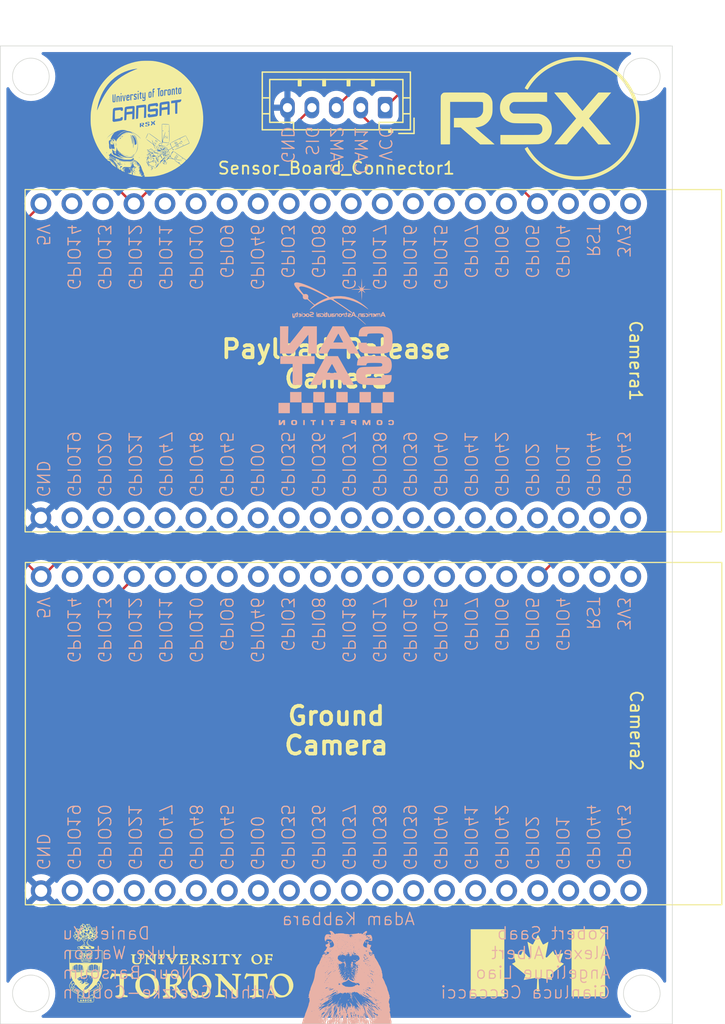
<source format=kicad_pcb>
(kicad_pcb (version 20240108) (generator "pcbnew") (generator_version "8.0")
  (layers (0 "F.Cu" mixed) (31 "B.Cu" power) (34 "B.Paste" user) (35 "F.Paste" user) (36 "B.SilkS" user "B.Silkscreen") (37 "F.SilkS" user "F.Silkscreen") (38 "B.Mask" user) (39 "F.Mask" user) (44 "Edge.Cuts" user))
  (net 0 "")
  (net 1 "GND")
  (net 2 "VCC")
  (net 3 "SIG1")
  (net 4 "CAM1")
  (net 5 "CAM2")
  (footprint "Custom_Footprints:Freenove_ESP32-S3-WROOM_CAM_Board" (layer "F.Cu") (at 181.55 102.25 -90)
    (property "Reference" "Camera2" (at 13.75 7 -90) (layer "F.SilkS"))
    (property "Value" "Freenove_ESP32-S3-WROOM_CAM_Board")
    (pad "J2-1" thru_hole circle (at 1.15 7.45 270) (size 1.7 1.7) (drill 1) (layers "*.Cu" "*.Mask"))
    (pad "J2-2" thru_hole circle (at 1.15 9.99 270) (size 1.7 1.7) (drill 1) (layers "*.Cu" "*.Mask"))
    (pad "J2-3" thru_hole circle (at 1.15 12.53 270) (size 1.7 1.7) (drill 1) (layers "*.Cu" "*.Mask"))
    (pad "J2-4" thru_hole circle (at 1.15 15.07 270) (size 1.7 1.7) (drill 1) (layers "*.Cu" "*.Mask") (net 5 "CAM2"))
    (pad "J2-5" thru_hole circle (at 1.15 17.61 270) (size 1.7 1.7) (drill 1) (layers "*.Cu" "*.Mask"))
    (pad "J2-6" thru_hole circle (at 1.15 20.15 270) (size 1.7 1.7) (drill 1) (layers "*.Cu" "*.Mask"))
    (pad "J2-7" thru_hole circle (at 1.15 22.69 270) (size 1.7 1.7) (drill 1) (layers "*.Cu" "*.Mask"))
    (pad "J2-8" thru_hole circle (at 1.15 25.23 270) (size 1.7 1.7) (drill 1) (layers "*.Cu" "*.Mask"))
    (pad "J2-9" thru_hole circle (at 1.15 27.77 270) (size 1.7 1.7) (drill 1) (layers "*.Cu" "*.Mask"))
    (pad "J2-10" thru_hole circle (at 1.15 30.31 270) (size 1.7 1.7) (drill 1) (layers "*.Cu" "*.Mask"))
    (pad "J2-11" thru_hole circle (at 1.15 32.85 270) (size 1.7 1.7) (drill 1) (layers "*.Cu" "*.Mask"))
    (pad "J2-12" thru_hole circle (at 1.15 35.39 270) (size 1.7 1.7) (drill 1) (layers "*.Cu" "*.Mask"))
    (pad "J2-13" thru_hole circle (at 1.15 37.93 270) (size 1.7 1.7) (drill 1) (layers "*.Cu" "*.Mask"))
    (pad "J2-14" thru_hole circle (at 1.15 40.47 270) (size 1.7 1.7) (drill 1) (layers "*.Cu" "*.Mask"))
    (pad "J2-15" thru_hole circle (at 1.15 43.01 270) (size 1.7 1.7) (drill 1) (layers "*.Cu" "*.Mask"))
    (pad "J2-16" thru_hole circle (at 1.15 45.55 270) (size 1.7 1.7) (drill 1) (layers "*.Cu" "*.Mask"))
    (pad "J2-17" thru_hole circle (at 1.15 48.09 270) (size 1.7 1.7) (drill 1) (layers "*.Cu" "*.Mask") (net 3 "SIG1"))
    (pad "J2-18" thru_hole circle (at 1.15 50.63 270) (size 1.7 1.7) (drill 1) (layers "*.Cu" "*.Mask"))
    (pad "J2-19" thru_hole circle (at 1.15 53.17 270) (size 1.7 1.7) (drill 1) (layers "*.Cu" "*.Mask"))
    (pad "J2-20" thru_hole circle (at 1.15 55.71 270) (size 1.7 1.7) (drill 1) (layers "*.Cu" "*.Mask") (net 2 "VCC"))
    (pad "J3-1" thru_hole circle (at 26.85 7.45 270) (size 1.7 1.7) (drill 1) (layers "*.Cu" "*.Mask"))
    (pad "J3-2" thru_hole circle (at 26.85 9.99 270) (size 1.7 1.7) (drill 1) (layers "*.Cu" "*.Mask"))
    (pad "J3-3" thru_hole circle (at 26.85 12.53 270) (size 1.7 1.7) (drill 1) (layers "*.Cu" "*.Mask"))
    (pad "J3-4" thru_hole circle (at 26.85 15.07 270) (size 1.7 1.7) (drill 1) (layers "*.Cu" "*.Mask"))
    (pad "J3-5" thru_hole circle (at 26.85 17.61 270) (size 1.7 1.7) (drill 1) (layers "*.Cu" "*.Mask"))
    (pad "J3-6" thru_hole circle (at 26.85 20.15 270) (size 1.7 1.7) (drill 1) (layers "*.Cu" "*.Mask"))
    (pad "J3-7" thru_hole circle (at 26.85 22.69 270) (size 1.7 1.7) (drill 1) (layers "*.Cu" "*.Mask"))
    (pad "J3-8" thru_hole circle (at 26.85 25.23 270) (size 1.7 1.7) (drill 1) (layers "*.Cu" "*.Mask"))
    (pad "J3-9" thru_hole circle (at 26.85 27.77 270) (size 1.7 1.7) (drill 1) (layers "*.Cu" "*.Mask"))
    (pad "J3-10" thru_hole circle (at 26.85 30.31 270) (size 1.7 1.7) (drill 1) (layers "*.Cu" "*.Mask"))
    (pad "J3-11" thru_hole circle (at 26.85 32.85 270) (size 1.7 1.7) (drill 1) (layers "*.Cu" "*.Mask"))
    (pad "J3-12" thru_hole circle (at 26.85 35.39 270) (size 1.7 1.7) (drill 1) (layers "*.Cu" "*.Mask"))
    (pad "J3-13" thru_hole circle (at 26.85 37.93 270) (size 1.7 1.7) (drill 1) (layers "*.Cu" "*.Mask"))
    (pad "J3-14" thru_hole circle (at 26.85 40.47 270) (size 1.7 1.7) (drill 1) (layers "*.Cu" "*.Mask"))
    (pad "J3-15" thru_hole circle (at 26.85 43.01 270) (size 1.7 1.7) (drill 1) (layers "*.Cu" "*.Mask"))
    (pad "J3-16" thru_hole circle (at 26.85 45.55 270) (size 1.7 1.7) (drill 1) (layers "*.Cu" "*.Mask"))
    (pad "J3-17" thru_hole circle (at 26.85 48.09 270) (size 1.7 1.7) (drill 1) (layers "*.Cu" "*.Mask"))
    (pad "J3-18" thru_hole circle (at 26.85 50.63 270) (size 1.7 1.7) (drill 1) (layers "*.Cu" "*.Mask"))
    (pad "J3-19" thru_hole circle (at 26.85 53.17 270) (size 1.7 1.7) (drill 1) (layers "*.Cu" "*.Mask"))
    (pad "J3-20" thru_hole circle (at 26.85 55.71 270) (size 1.7 1.7) (drill 1) (layers "*.Cu" "*.Mask") (net 1 "GND"))
  )
  (footprint "Graphics:canada_flag" (layer "F.Cu") (at 166.5 135)
    (property "Reference" "G***")
    (property "Value" "LOGO" (hide yes))
  )
  (footprint "Custom_Footprints:Freenove_ESP32-S3-WROOM_CAM_Board" (layer "F.Cu") (at 181.53 71.75 -90)
    (property "Reference" "Camera1" (at 14 7.03 -90) (layer "F.SilkS"))
    (property "Value" "Freenove_ESP32-S3-WROOM_CAM_Board")
    (pad "J2-1" thru_hole circle (at 1.15 7.45 270) (size 1.7 1.7) (drill 1) (layers "*.Cu" "*.Mask"))
    (pad "J2-2" thru_hole circle (at 1.15 9.99 270) (size 1.7 1.7) (drill 1) (layers "*.Cu" "*.Mask"))
    (pad "J2-3" thru_hole circle (at 1.15 12.53 270) (size 1.7 1.7) (drill 1) (layers "*.Cu" "*.Mask"))
    (pad "J2-4" thru_hole circle (at 1.15 15.07 270) (size 1.7 1.7) (drill 1) (layers "*.Cu" "*.Mask") (net 4 "CAM1"))
    (pad "J2-5" thru_hole circle (at 1.15 17.61 270) (size 1.7 1.7) (drill 1) (layers "*.Cu" "*.Mask"))
    (pad "J2-6" thru_hole circle (at 1.15 20.15 270) (size 1.7 1.7) (drill 1) (layers "*.Cu" "*.Mask"))
    (pad "J2-7" thru_hole circle (at 1.15 22.69 270) (size 1.7 1.7) (drill 1) (layers "*.Cu" "*.Mask"))
    (pad "J2-8" thru_hole circle (at 1.15 25.23 270) (size 1.7 1.7) (drill 1) (layers "*.Cu" "*.Mask"))
    (pad "J2-9" thru_hole circle (at 1.15 27.77 270) (size 1.7 1.7) (drill 1) (layers "*.Cu" "*.Mask"))
    (pad "J2-10" thru_hole circle (at 1.15 30.31 270) (size 1.7 1.7) (drill 1) (layers "*.Cu" "*.Mask"))
    (pad "J2-11" thru_hole circle (at 1.15 32.85 270) (size 1.7 1.7) (drill 1) (layers "*.Cu" "*.Mask"))
    (pad "J2-12" thru_hole circle (at 1.15 35.39 270) (size 1.7 1.7) (drill 1) (layers "*.Cu" "*.Mask"))
    (pad "J2-13" thru_hole circle (at 1.15 37.93 270) (size 1.7 1.7) (drill 1) (layers "*.Cu" "*.Mask"))
    (pad "J2-14" thru_hole circle (at 1.15 40.47 270) (size 1.7 1.7) (drill 1) (layers "*.Cu" "*.Mask"))
    (pad "J2-15" thru_hole circle (at 1.15 43.01 270) (size 1.7 1.7) (drill 1) (layers "*.Cu" "*.Mask"))
    (pad "J2-16" thru_hole circle (at 1.15 45.55 270) (size 1.7 1.7) (drill 1) (layers "*.Cu" "*.Mask"))
    (pad "J2-17" thru_hole circle (at 1.15 48.09 270) (size 1.7 1.7) (drill 1) (layers "*.Cu" "*.Mask") (net 3 "SIG1"))
    (pad "J2-18" thru_hole circle (at 1.15 50.63 270) (size 1.7 1.7) (drill 1) (layers "*.Cu" "*.Mask"))
    (pad "J2-19" thru_hole circle (at 1.15 53.17 270) (size 1.7 1.7) (drill 1) (layers "*.Cu" "*.Mask"))
    (pad "J2-20" thru_hole circle (at 1.15 55.71 270) (size 1.7 1.7) (drill 1) (layers "*.Cu" "*.Mask") (net 2 "VCC"))
    (pad "J3-1" thru_hole circle (at 26.85 7.45 270) (size 1.7 1.7) (drill 1) (layers "*.Cu" "*.Mask"))
    (pad "J3-2" thru_hole circle (at 26.85 9.99 270) (size 1.7 1.7) (drill 1) (layers "*.Cu" "*.Mask"))
    (pad "J3-3" thru_hole circle (at 26.85 12.53 270) (size 1.7 1.7) (drill 1) (layers "*.Cu" "*.Mask"))
    (pad "J3-4" thru_hole circle (at 26.85 15.07 270) (size 1.7 1.7) (drill 1) (layers "*.Cu" "*.Mask"))
    (pad "J3-5" thru_hole circle (at 26.85 17.61 270) (size 1.7 1.7) (drill 1) (layers "*.Cu" "*.Mask"))
    (pad "J3-6" thru_hole circle (at 26.85 20.15 270) (size 1.7 1.7) (drill 1) (layers "*.Cu" "*.Mask"))
    (pad "J3-7" thru_hole circle (at 26.85 22.69 270) (size 1.7 1.7) (drill 1) (layers "*.Cu" "*.Mask"))
    (pad "J3-8" thru_hole circle (at 26.85 25.23 270) (size 1.7 1.7) (drill 1) (layers "*.Cu" "*.Mask"))
    (pad "J3-9" thru_hole circle (at 26.85 27.77 270) (size 1.7 1.7) (drill 1) (layers "*.Cu" "*.Mask"))
    (pad "J3-10" thru_hole circle (at 26.85 30.31 270) (size 1.7 1.7) (drill 1) (layers "*.Cu" "*.Mask"))
    (pad "J3-11" thru_hole circle (at 26.85 32.85 270) (size 1.7 1.7) (drill 1) (layers "*.Cu" "*.Mask"))
    (pad "J3-12" thru_hole circle (at 26.85 35.39 270) (size 1.7 1.7) (drill 1) (layers "*.Cu" "*.Mask"))
    (pad "J3-13" thru_hole circle (at 26.85 37.93 270) (size 1.7 1.7) (drill 1) (layers "*.Cu" "*.Mask"))
    (pad "J3-14" thru_hole circle (at 26.85 40.47 270) (size 1.7 1.7) (drill 1) (layers "*.Cu" "*.Mask"))
    (pad "J3-15" thru_hole circle (at 26.85 43.01 270) (size 1.7 1.7) (drill 1) (layers "*.Cu" "*.Mask"))
    (pad "J3-16" thru_hole circle (at 26.85 45.55 270) (size 1.7 1.7) (drill 1) (layers "*.Cu" "*.Mask"))
    (pad "J3-17" thru_hole circle (at 26.85 48.09 270) (size 1.7 1.7) (drill 1) (layers "*.Cu" "*.Mask"))
    (pad "J3-18" thru_hole circle (at 26.85 50.63 270) (size 1.7 1.7) (drill 1) (layers "*.Cu" "*.Mask"))
    (pad "J3-19" thru_hole circle (at 26.85 53.17 270) (size 1.7 1.7) (drill 1) (layers "*.Cu" "*.Mask"))
    (pad "J3-20" thru_hole circle (at 26.85 55.71 270) (size 1.7 1.7) (drill 1) (layers "*.Cu" "*.Mask") (net 1 "GND"))
  )
  (footprint "Graphics:rsx_logo" (layer "F.Cu") (at 166.5 66)
    (property "Reference" "G***")
    (property "Value" "LOGO" (hide yes))
  )
  (footprint "Connector_JST:JST_PH_B5B-PH-K_1x05_P2.00mm_Vertical" (layer "F.Cu") (at 154 65.05 180)
    (property "Reference" "Sensor_Board_Connector1" (at 4 -4.95 0) (layer "F.SilkS"))
    (property "Value" "Conn_01x05_Pin")
    (pad "1" thru_hole roundrect (at 0 0 180) (size 1.2 1.75) (drill 0.75) (layers "*.Cu" "*.Mask") (roundrect_rratio 0.208333) (net 2 "VCC"))
    (pad "2" thru_hole oval (at 2 0 180) (size 1.2 1.75) (drill 0.75) (layers "*.Cu" "*.Mask") (net 4 "CAM1"))
    (pad "3" thru_hole oval (at 4 0 180) (size 1.2 1.75) (drill 0.75) (layers "*.Cu" "*.Mask") (net 5 "CAM2"))
    (pad "4" thru_hole oval (at 6 0 180) (size 1.2 1.75) (drill 0.75) (layers "*.Cu" "*.Mask") (net 3 "SIG1"))
    (pad "5" thru_hole oval (at 8 0 180) (size 1.2 1.75) (drill 0.75) (layers "*.Cu" "*.Mask") (net 1 "GND"))
  )
  (footprint "Graphics:uoft_coat_of_arms_2" (layer "F.Cu") (at 129.5 135)
    (property "Reference" "G***")
    (property "Value" "LOGO" (hide yes))
  )
  (footprint "Graphics:rsx_cansat_logo" (layer "F.Cu") (at 134.5 66)
    (property "Reference" "G***")
    (property "Value" "LOGO" (hide yes))
  )
  (footprint "Graphics:uoft_text_2" (layer "F.Cu") (at 139 136)
    (property "Reference" "G***")
    (property "Value" "LOGO" (hide yes))
  )
  (footprint "Graphics:cansat_logo" (layer "B.Cu") (at 150 85 180)
    (property "Reference" "G***")
    (property "Value" "LOGO" (hide yes))
  )
  (footprint "Graphics:capybara" (layer "B.Cu") (at 151 135.5 180)
    (property "Reference" "G***")
    (property "Value" "LOGO" (hide yes))
  )
  (gr_circle (center 125 137.5) (end 126.5 137.5) (stroke (width 0.05)) (fill none) (layer "Edge.Cuts"))
  (gr_circle (center 175 62.5) (end 176.5 62.5) (stroke (width 0.05)) (fill none) (layer "Edge.Cuts"))
  (gr_circle (center 175 137.5) (end 176.5 137.5) (stroke (width 0.05)) (fill none) (layer "Edge.Cuts"))
  (gr_circle (center 125 62.5) (end 126.5 62.5) (stroke (width 0.05)) (fill none) (layer "Edge.Cuts"))
  (gr_rect (start 122.5 60) (end 177.5 140) (stroke (width 0.05)) (fill none) (layer "Edge.Cuts"))
  (gr_text "GPIO0" (at 143.5 97 270) (layer "B.SilkS") (effects (font (size 1 1) (thickness 0.1)) (justify left mirror)))
  (gr_text "GPIO2" (at 166 127.5 270) (layer "B.SilkS") (effects (font (size 1 1) (thickness 0.1)) (justify left mirror)))
  (gr_text "GPIO38" (at 153.5 127.5 270) (layer "B.SilkS") (effects (font (size 1 1) (thickness 0.1)) (justify left mirror)))
  (gr_text "3V3" (at 173.5 74.5 270) (layer "B.SilkS") (effects (font (size 1 1) (thickness 0.1)) (justify right mirror)))
  (gr_text "GPIO14" (at 128.5 74.5 270) (layer "B.SilkS") (effects (font (size 1 1) (thickness 0.1)) (justify right mirror)))
  (gr_text "GPIO36" (at 148.5 127.5 270) (layer "B.SilkS") (effects (font (size 1 1) (thickness 0.1)) (justify left mirror)))
  (gr_text "GPIO43" (at 173.5 127.5 270) (layer "B.SilkS") (effects (font (size 1 1) (thickness 0.1)) (justify left mirror)))
  (gr_text "GPIO39" (at 156 97 270) (layer "B.SilkS") (effects (font (size 1 1) (thickness 0.1)) (justify left mirror)))
  (gr_text "GPIO3" (at 146 74.5 270) (layer "B.SilkS") (effects (font (size 1 1) (thickness 0.1)) (justify right mirror)))
  (gr_text "VCC" (at 154 66.5 270) (layer "B.SilkS") (effects (font (size 1 1) (thickness 0.1)) (justify right mirror)))
  (gr_text "GPIO8" (at 148.5 74.5 270) (layer "B.SilkS") (effects (font (size 1 1) (thickness 0.1)) (justify right mirror)))
  (gr_text "GPIO44" (at 171 97 270) (layer "B.SilkS") (effects (font (size 1 1) (thickness 0.1)) (justify left mirror)))
  (gr_text "GPIO44" (at 171 127.5 270) (layer "B.SilkS") (effects (font (size 1 1) (thickness 0.1)) (justify left mirror)))
  (gr_text "GPIO19" (at 128.5 127.5 270) (layer "B.SilkS") (effects (font (size 1 1) (thickness 0.1)) (justify left mirror)))
  (gr_text "GPIO11" (at 136 74.5 270) (layer "B.SilkS") (effects (font (size 1 1) (thickness 0.1)) (justify right mirror)))
  (gr_text "GPIO36" (at 148.5 97 270) (layer "B.SilkS") (effects (font (size 1 1) (thickness 0.1)) (justify left mirror)))
  (gr_text "CAM1" (at 152 66.5 270) (layer "B.SilkS") (effects (font (size 1 1) (thickness 0.1)) (justify right mirror)))
  (gr_text "GPIO40" (at 158.5 127.5 270) (layer "B.SilkS") (effects (font (size 1 1) (thickness 0.1)) (justify left mirror)))
  (gr_text "GPIO10" (at 138.5 74.5 270) (layer "B.SilkS") (effects (font (size 1 1) (thickness 0.1)) (justify right mirror)))
  (gr_text "GPIO19" (at 128.5 97 270) (layer "B.SilkS") (effects (font (size 1 1) (thickness 0.1)) (justify left mirror)))
  (gr_text "RST" (at 171 105 270) (layer "B.SilkS") (effects (font (size 1 1) (thickness 0.1)) (justify right mirror)))
  (gr_text "GPIO1" (at 168.5 97 270) (layer "B.SilkS") (effects (font (size 1 1) (thickness 0.1)) (justify left mirror)))
  (gr_text "GPIO41" (at 161 97 270) (layer "B.SilkS") (effects (font (size 1 1) (thickness 0.1)) (justify left mirror)))
  (gr_text "GPIO16" (at 156 105 270) (layer "B.SilkS") (effects (font (size 1 1) (thickness 0.1)) (justify right mirror)))
  (gr_text "GPIO16" (at 156 74.5 270) (layer "B.SilkS") (effects (font (size 1 1) (thickness 0.1)) (justify right mirror)))
  (gr_text "GPIO47" (at 136 127.5 270) (layer "B.SilkS") (effects (font (size 1 1) (thickness 0.1)) (justify left mirror)))
  (gr_text "RST" (at 171 74.5 270) (layer "B.SilkS") (effects (font (size 1 1) (thickness 0.1)) (justify right mirror)))
  (gr_text "GPIO4" (at 168.5 105 270) (layer "B.SilkS") (effects (font (size 1 1) (thickness 0.1)) (justify right mirror)))
  (gr_text "GPIO42" (at 163.5 97 270) (layer "B.SilkS") (effects (font (size 1 1) (thickness 0.1)) (justify left mirror)))
  (gr_text "GPIO14" (at 128.5 105 270) (layer "B.SilkS") (effects (font (size 1 1) (thickness 0.1)) (justify right mirror)))
  (gr_text "GPIO48" (at 138.5 127.5 270) (layer "B.SilkS") (effects (font (size 1 1) (thickness 0.1)) (justify left mirror)))
  (gr_text "GPIO15" (at 158.5 74.5 270) (layer "B.SilkS") (effects (font (size 1 1) (thickness 0.1)) (justify right mirror)))
  (gr_text "GPIO45" (at 141 127.5 270) (layer "B.SilkS") (effects (font (size 1 1) (thickness 0.1)) (justify left mirror)))
  (gr_text "GPIO4" (at 168.5 74.5 270) (layer "B.SilkS") (effects (font (size 1 1) (thickness 0.1)) (justify right mirror)))
  (gr_text "GPIO11" (at 136 105 270) (layer "B.SilkS") (effects (font (size 1 1) (thickness 0.1)) (justify right mirror)))
  (gr_text "GPIO13" (at 131 105 270) (layer "B.SilkS") (effects (font (size 1 1) (thickness 0.1)) (justify right mirror)))
  (gr_text "GPIO21" (at 133.5 97 270) (layer "B.SilkS") (effects (font (size 1 1) (thickness 0.1)) (justify left mirror)))
  (gr_text "GPIO15" (at 158.5 105 270) (layer "B.SilkS") (effects (font (size 1 1) (thickness 0.1)) (justify right mirror)))
  (gr_text "GPIO45" (at 141 97 270) (layer "B.SilkS") (effects (font (size 1 1) (thickness 0.1)) (justify left mirror)))
  (gr_text "GPIO9" (at 141 74.5 270) (layer "B.SilkS") (effects (font (size 1 1) (thickness 0.1)) (justify right mirror)))
  (gr_text "GPIO47" (at 136 97 270) (layer "B.SilkS") (effects (font (size 1 1) (thickness 0.1)) (justify left mirror)))
  (gr_text "GPIO20" (at 131 127.5 270) (layer "B.SilkS") (effects (font (size 1 1) (thickness 0.1)) (justify left mirror)))
  (gr_text "Daniel Yu\nLuke Watson\nNour Barsoum\nArthur Goetzke-Coburn" (at 127.5 135 0) (layer "B.SilkS") (effects (font (size 1 1) (thickness 0.1)) (justify right mirror)))
  (gr_text "GPIO6" (at 163.5 105 270) (layer "B.SilkS") (effects (font (size 1 1) (thickness 0.1)) (justify right mirror)))
  (gr_text "GPIO20" (at 131 97 270) (layer "B.SilkS") (effects (font (size 1 1) (thickness 0.1)) (justify left mirror)))
  (gr_text "GPIO41" (at 161 127.5 270) (layer "B.SilkS") (effects (font (size 1 1) (thickness 0.1)) (justify left mirror)))
  (gr_text "5V" (at 126 105 270) (layer "B.SilkS") (effects (font (size 1 1) (thickness 0.1)) (justify right mirror)))
  (gr_text "5V" (at 126 74.5 270) (layer "B.SilkS") (effects (font (size 1 1) (thickness 0.1)) (justify right mirror)))
  (gr_text "GPIO37" (at 151 127.5 270) (layer "B.SilkS") (effects (font (size 1 1) (thickness 0.1)) (justify left mirror)))
  (gr_text "CAM2" (at 150 66.5 270) (layer "B.SilkS") (effects (font (size 1 1) (thickness 0.1)) (justify right mirror)))
  (gr_text "GPIO43" (at 173.5 97 270) (layer "B.SilkS") (effects (font (size 1 1) (thickness 0.1)) (justify left mirror)))
  (gr_text "SIG" (at 148 66.5 270) (layer "B.SilkS") (effects (font (size 1 1) (thickness 0.1)) (justify right mirror)))
  (gr_text "GPIO39" (at 156 127.5 270) (layer "B.SilkS") (effects (font (size 1 1) (thickness 0.1)) (justify left mirror)))
  (gr_text "GPIO8" (at 148.5 105 270) (layer "B.SilkS") (effects (font (size 1 1) (thickness 0.1)) (justify right mirror)))
  (gr_text "GPIO46" (at 143.5 74.5 270) (layer "B.SilkS") (effects (font (size 1 1) (thickness 0.1)) (justify right mirror)))
  (gr_text "Adam Kabbara" (at 156.5 132 0) (layer "B.SilkS") (effects (font (size 1 1) (thickness 0.1)) (justify left bottom mirror)))
  (gr_text "GND" (at 146 66.5 -90) (layer "B.SilkS") (effects (font (size 1 1) (thickness 0.1)) (justify right mirror)))
  (gr_text "GPIO3" (at 146 105 270) (layer "B.SilkS") (effects (font (size 1 1) (thickness 0.1)) (justify right mirror)))
  (gr_text "GPIO10" (at 138.5 105 270) (layer "B.SilkS") (effects (font (size 1 1) (thickness 0.1)) (justify right mirror)))
  (gr_text "GPIO42" (at 163.5 127.5 270) (layer "B.SilkS") (effects (font (size 1 1) (thickness 0.1)) (justify left mirror)))
  (gr_text "GPIO40" (at 158.5 97 270) (layer "B.SilkS") (effects (font (size 1 1) (thickness 0.1)) (justify left mirror)))
  (gr_text "GPIO35" (at 146 97 270) (layer "B.SilkS") (effects (font (size 1 1) (thickness 0.1)) (justify left mirror)))
  (gr_text "GPIO17" (at 153.5 74.5 270) (layer "B.SilkS") (effects (font (size 1 1) (thickness 0.1)) (justify right mirror)))
  (gr_text "GPIO13" (at 131 74.5 270) (layer "B.SilkS") (effects (font (size 1 1) (thickness 0.1)) (justify right mirror)))
  (gr_text "GND" (at 126 97 270) (layer "B.SilkS") (effects (font (size 1 1) (thickness 0.1)) (justify left mirror)))
  (gr_text "GPIO48" (at 138.5 97 270) (layer "B.SilkS") (effects (font (size 1 1) (thickness 0.1)) (justify left mirror)))
  (gr_text "GPIO35" (at 146 127.5 270) (layer "B.SilkS") (effects (font (size 1 1) (thickness 0.1)) (justify left mirror)))
  (gr_text "GPIO0" (at 143.5 127.5 270) (layer "B.SilkS") (effects (font (size 1 1) (thickness 0.1)) (justify left mirror)))
  (gr_text "Robert Saab\nAlexey Albert\nAngelique Liao\nGianluca Ceccacci" (at 172.5 135 0) (layer "B.SilkS") (effects (font (size 1 1) (thickness 0.1)) (justify left mirror)))
  (gr_text "GPIO7" (at 161 74.5 270) (layer "B.SilkS") (effects (font (size 1 1) (thickness 0.1)) (justify right mirror)))
  (gr_text "GPIO5" (at 166 105 270) (layer "B.SilkS") (effects (font (size 1 1) (thickness 0.1)) (justify right mirror)))
  (gr_text "GPIO17" (at 153.5 105 270) (layer "B.SilkS") (effects (font (size 1 1) (thickness 0.1)) (justify right mirror)))
  (gr_text "GPIO6" (at 163.5 74.5 270) (layer "B.SilkS") (effects (font (size 1 1) (thickness 0.1)) (justify right mirror)))
  (gr_text "GPIO38" (at 153.5 97 270) (layer "B.SilkS") (effects (font (size 1 1) (thickness 0.1)) (justify left mirror)))
  (gr_text "GPIO7" (at 161 105 270) (layer "B.SilkS") (effects (font (size 1 1) (thickness 0.1)) (justify right mirror)))
  (gr_text "GPIO21" (at 133.5 127.5 270) (layer "B.SilkS") (effects (font (size 1 1) (thickness 0.1)) (justify left mirror)))
  (gr_text "GPIO18" (at 151 74.5 270) (layer "B.SilkS") (effects (font (size 1 1) (thickness 0.1)) (justify right mirror)))
  (gr_text "GPIO1" (at 168.5 127.5 270) (layer "B.SilkS") (effects (font (size 1 1) (thickness 0.1)) (justify left mirror)))
  (gr_text "GPIO12" (at 133.5 74.5 270) (layer "B.SilkS") (effects (font (size 1 1) (thickness 0.1)) (justify right mirror)))
  (gr_text "GPIO18" (at 151 105 270) (layer "B.SilkS") (effects (font (size 1 1) (thickness 0.1)) (justify right mirror)))
  (gr_text "GPIO2" (at 166 97 270) (layer "B.SilkS") (effects (font (size 1 1) (thickness 0.1)) (justify left mirror)))
  (gr_text "3V3" (at 173.5 105 270) (layer "B.SilkS") (effects (font (size 1 1) (thickness 0.1)) (justify right mirror)))
  (gr_text "GPIO12" (at 133.5 105 270) (layer "B.SilkS") (effects (font (size 1 1) (thickness 0.1)) (justify right mirror)))
  (gr_text "GPIO5" (at 166 74.5 270) (layer "B.SilkS") (effects (font (size 1 1) (thickness 0.1)) (justify right mirror)))
  (gr_text "GPIO37" (at 151 97 270) (layer "B.SilkS") (effects (font (size 1 1) (thickness 0.1)) (justify left mirror)))
  (gr_text "GPIO9" (at 141 105 270) (layer "B.SilkS") (effects (font (size 1 1) (thickness 0.1)) (justify right mirror)))
  (gr_text "GPIO46" (at 143.5 105 270) (layer "B.SilkS") (effects (font (size 1 1) (thickness 0.1)) (justify right mirror)))
  (gr_text "GND" (at 126 127.5 270) (layer "B.SilkS") (effects (font (size 1 1) (thickness 0.1)) (justify left mirror)))
  (gr_text "Ground\nCamera" (at 150 116 0) (layer "F.SilkS") (effects (font (size 1.5 1.5) (thickness 0.3) (bold yes))))
  (gr_text "Payload Release\nCamera" (at 150 86 0) (layer "F.SilkS") (effects (font (size 1.5 1.5) (thickness 0.3) (bold yes))))
  (segment (start 154 65.05) (end 155.65 63.4) (width 0.2) (layer "F.Cu") (net 2))
  (segment (start 174.084314 101.1) (end 128.24 101.1) (width 0.2) (layer "F.Cu") (net 2))
  (segment (start 125.84 103.5) (end 124 101.66) (width 0.2) (layer "F.Cu") (net 2))
  (segment (start 124 74.82) (end 125.82 73) (width 0.2) (layer "F.Cu") (net 2))
  (segment (start 176.1 99.084314) (end 174.084314 101.1) (width 0.2) (layer "F.Cu") (net 2))
  (segment (start 167.334314 63.4) (end 176.1 72.165686) (width 0.2) (layer "F.Cu") (net 2))
  (segment (start 128.24 101.1) (end 125.84 103.5) (width 0.2) (layer "F.Cu") (net 2))
  (segment (start 125.84 102.905686) (end 125.84 103.5) (width 0.2) (layer "F.Cu") (net 2))
  (segment (start 155.65 63.4) (end 167.334314 63.4) (width 0.2) (layer "F.Cu") (net 2))
  (segment (start 176.1 72.165686) (end 176.1 99.084314) (width 0.2) (layer "F.Cu") (net 2))
  (segment (start 124 101.66) (end 124 74.82) (width 0.2) (layer "F.Cu") (net 2))
  (segment (start 133.44 73) (end 131.44 71) (width 0.2) (layer "F.Cu") (net 3))
  (segment (start 148 65.05) (end 146.05 67) (width 0.2) (layer "F.Cu") (net 3))
  (segment (start 131.44 71) (end 125 71) (width 0.2) (layer "F.Cu") (net 3))
  (segment (start 131.46 105.5) (end 133.46 103.5) (width 0.2) (layer "F.Cu") (net 3))
  (segment (start 125 105.5) (end 131.46 105.5) (width 0.2) (layer "F.Cu") (net 3))
  (segment (start 123.6 104.1) (end 125 105.5) (width 0.2) (layer "F.Cu") (net 3))
  (segment (start 125 71) (end 123.6 72.4) (width 0.2) (layer "F.Cu") (net 3))
  (segment (start 139.44 67) (end 133.44 73) (width 0.2) (layer "F.Cu") (net 3))
  (segment (start 123.6 72.4) (end 123.6 104.1) (width 0.2) (layer "F.Cu") (net 3))
  (segment (start 146.05 67) (end 139.44 67) (width 0.2) (layer "F.Cu") (net 3))
  (segment (start 152 65) (end 152 65.5) (width 0.2) (layer "F.Cu") (net 4))
  (segment (start 160.46 67) (end 166.46 73) (width 0.2) (layer "F.Cu") (net 4))
  (segment (start 152 65.05) (end 152 65.575) (width 0.2) (layer "F.Cu") (net 4))
  (segment (start 152 65.575) (end 153.425 67) (width 0.2) (layer "F.Cu") (net 4))
  (segment (start 153.425 67) (end 160.46 67) (width 0.2) (layer "F.Cu") (net 4))
  (segment (start 150 65) (end 152 63) (width 0.2) (layer "F.Cu") (net 5))
  (segment (start 174.25 101.5) (end 168.48 101.5) (width 0.2) (layer "F.Cu") (net 5))
  (segment (start 152 63) (end 167.5 63) (width 0.2) (layer "F.Cu") (net 5))
  (segment (start 150 65.05) (end 150 65) (width 0.2) (layer "F.Cu") (net 5))
  (segment (start 167.5 63) (end 176.5 72) (width 0.2) (layer "F.Cu") (net 5))
  (segment (start 168.48 101.5) (end 166.48 103.5) (width 0.2) (layer "F.Cu") (net 5))
  (segment (start 176.5 99.25) (end 174.25 101.5) (width 0.2) (layer "F.Cu") (net 5))
  (segment (start 176.5 72) (end 176.5 99.25) (width 0.2) (layer "F.Cu") (net 5))
  (zone (net 1) (net_name "GND") (layer "B.Cu") (name "GND Plane") (connect_pads (clearance 0.5)) (min_thickness 0.25) (fill yes (thermal_gap 0.5) (thermal_bridge_width 0.5))
    (polygon (pts (xy 122.5 60) (xy 122.5 140) (xy 177.5 140) (xy 177.5 60)))
  )
)
</source>
